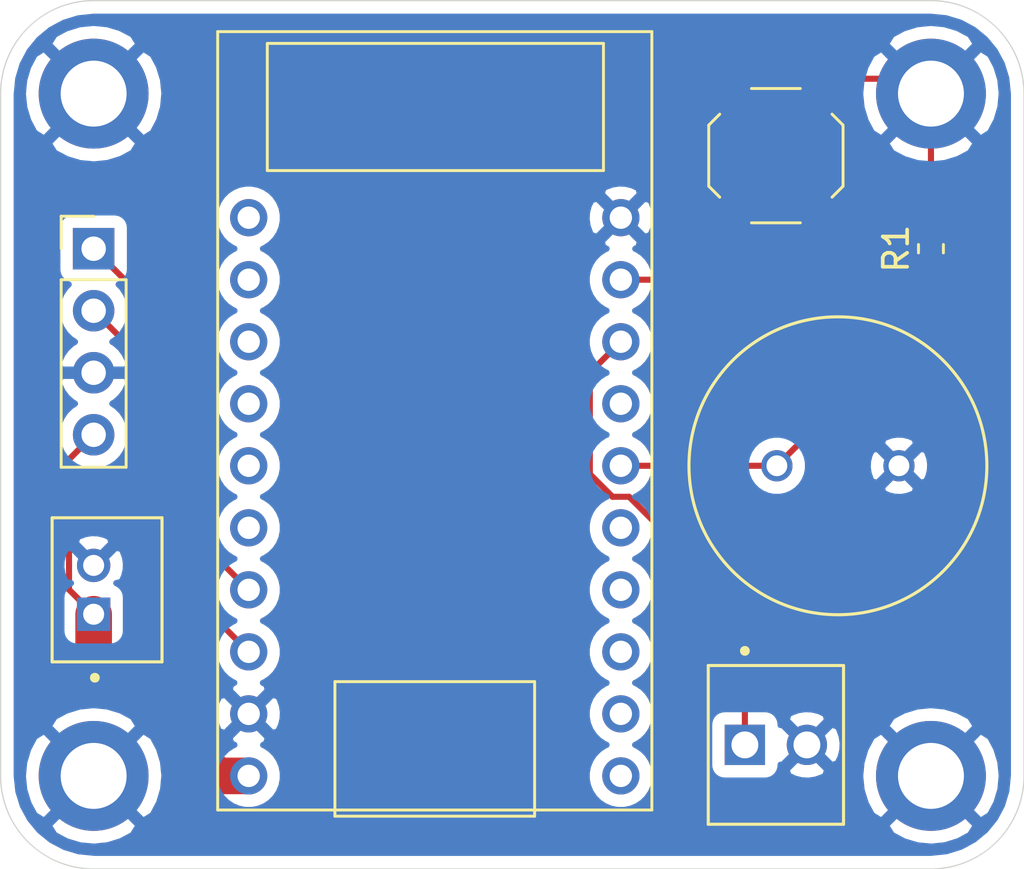
<source format=kicad_pcb>
(kicad_pcb (version 20171130) (host pcbnew 5.1.6-c6e7f7d~87~ubuntu18.04.1)

  (general
    (thickness 1.6)
    (drawings 8)
    (tracks 29)
    (zones 0)
    (modules 11)
    (nets 20)
  )

  (page A4)
  (layers
    (0 F.Cu signal)
    (31 B.Cu signal hide)
    (32 B.Adhes user hide)
    (33 F.Adhes user hide)
    (34 B.Paste user hide)
    (35 F.Paste user hide)
    (36 B.SilkS user)
    (37 F.SilkS user)
    (38 B.Mask user)
    (39 F.Mask user)
    (40 Dwgs.User user hide)
    (41 Cmts.User user hide)
    (42 Eco1.User user hide)
    (43 Eco2.User user hide)
    (44 Edge.Cuts user)
    (45 Margin user hide)
    (46 B.CrtYd user hide)
    (47 F.CrtYd user hide)
    (48 B.Fab user hide)
    (49 F.Fab user hide)
  )

  (setup
    (last_trace_width 0.25)
    (trace_clearance 0.2)
    (zone_clearance 0.508)
    (zone_45_only no)
    (trace_min 0.2)
    (via_size 0.8)
    (via_drill 0.4)
    (via_min_size 0.4)
    (via_min_drill 0.3)
    (uvia_size 0.3)
    (uvia_drill 0.1)
    (uvias_allowed no)
    (uvia_min_size 0.2)
    (uvia_min_drill 0.1)
    (edge_width 0.05)
    (segment_width 0.2)
    (pcb_text_width 0.3)
    (pcb_text_size 1.5 1.5)
    (mod_edge_width 0.12)
    (mod_text_size 1 1)
    (mod_text_width 0.15)
    (pad_size 1.524 1.524)
    (pad_drill 0.762)
    (pad_to_mask_clearance 0.05)
    (aux_axis_origin 0 0)
    (grid_origin 22.86 60.96)
    (visible_elements FFFFFF7F)
    (pcbplotparams
      (layerselection 0x010fc_ffffffff)
      (usegerberextensions false)
      (usegerberattributes true)
      (usegerberadvancedattributes true)
      (creategerberjobfile true)
      (excludeedgelayer true)
      (linewidth 0.100000)
      (plotframeref false)
      (viasonmask false)
      (mode 1)
      (useauxorigin false)
      (hpglpennumber 1)
      (hpglpenspeed 20)
      (hpglpendiameter 15.000000)
      (psnegative false)
      (psa4output false)
      (plotreference true)
      (plotvalue true)
      (plotinvisibletext false)
      (padsonsilk false)
      (subtractmaskfromsilk false)
      (outputformat 1)
      (mirror false)
      (drillshape 1)
      (scaleselection 1)
      (outputdirectory ""))
  )

  (net 0 "")
  (net 1 GND)
  (net 2 "Net-(J1-Pad1)")
  (net 3 "Net-(SW1-Pad1)")
  (net 4 "Net-(XA1-Pad6)")
  (net 5 "Net-(XA1-Pad5)")
  (net 6 "Net-(XA1-Pad4)")
  (net 7 "Net-(XA1-Pad2)")
  (net 8 "Net-(XA1-Pad17)")
  (net 9 "Net-(XA1-Pad15)")
  (net 10 "Net-(XA1-Pad14)")
  (net 11 "Net-(XA1-Pad13)")
  (net 12 "Net-(XA1-Pad12)")
  (net 13 "Net-(XA1-Pad11)")
  (net 14 "Net-(J2-Pad2)")
  (net 15 "Net-(J2-Pad1)")
  (net 16 "Net-(XA1-Pad1)")
  (net 17 "Net-(XA1-Pad3)")
  (net 18 "Net-(LS1-Pad1)")
  (net 19 /VBAT)

  (net_class Default "This is the default net class."
    (clearance 0.2)
    (trace_width 0.25)
    (via_dia 0.8)
    (via_drill 0.4)
    (uvia_dia 0.3)
    (uvia_drill 0.1)
    (add_net /VBAT)
    (add_net GND)
    (add_net "Net-(J1-Pad1)")
    (add_net "Net-(J2-Pad1)")
    (add_net "Net-(J2-Pad2)")
    (add_net "Net-(LS1-Pad1)")
    (add_net "Net-(SW1-Pad1)")
    (add_net "Net-(XA1-Pad1)")
    (add_net "Net-(XA1-Pad11)")
    (add_net "Net-(XA1-Pad12)")
    (add_net "Net-(XA1-Pad13)")
    (add_net "Net-(XA1-Pad14)")
    (add_net "Net-(XA1-Pad15)")
    (add_net "Net-(XA1-Pad17)")
    (add_net "Net-(XA1-Pad2)")
    (add_net "Net-(XA1-Pad3)")
    (add_net "Net-(XA1-Pad4)")
    (add_net "Net-(XA1-Pad5)")
    (add_net "Net-(XA1-Pad6)")
  )

  (module "B2B-PH-K-S(LF)(SN):JST_B2B-PH-K-S(LF)(SN)" (layer F.Cu) (tedit 5F5A27F4) (tstamp 5F5A2F4D)
    (at 23.41 53.34 270)
    (path /5F5A372D)
    (fp_text reference J3 (at -0.660995 -3.112685 90) (layer F.SilkS) hide
      (effects (font (size 0.801205 0.801205) (thickness 0.015)))
    )
    (fp_text value "B2B-PH-K-S(LF)(SN)" (at 7.87935 3.093295 90) (layer F.Fab)
      (effects (font (size 0.800339 0.800339) (thickness 0.015)))
    )
    (fp_line (start -2.95 2.25) (end -2.95 -2.25) (layer F.Fab) (width 0.127))
    (fp_line (start -2.95 -2.25) (end 2.95 -2.25) (layer F.Fab) (width 0.127))
    (fp_line (start 2.95 -2.25) (end 2.95 2.25) (layer F.Fab) (width 0.127))
    (fp_line (start 2.95 2.25) (end -2.95 2.25) (layer F.Fab) (width 0.127))
    (fp_line (start -2.95 -2.25) (end 2.95 -2.25) (layer F.SilkS) (width 0.127))
    (fp_line (start 2.95 -2.25) (end 2.95 2.25) (layer F.SilkS) (width 0.127))
    (fp_line (start 2.95 2.25) (end -2.95 2.25) (layer F.SilkS) (width 0.127))
    (fp_line (start -2.95 2.25) (end -2.95 -2.25) (layer F.SilkS) (width 0.127))
    (fp_line (start -3.2 2.5) (end -3.2 -2.5) (layer F.CrtYd) (width 0.05))
    (fp_line (start -3.2 -2.5) (end 3.2 -2.5) (layer F.CrtYd) (width 0.05))
    (fp_line (start 3.2 -2.5) (end 3.2 2.5) (layer F.CrtYd) (width 0.05))
    (fp_line (start 3.2 2.5) (end -3.2 2.5) (layer F.CrtYd) (width 0.05))
    (fp_circle (center 3.6 0.5) (end 3.7 0.5) (layer F.SilkS) (width 0.2))
    (fp_circle (center 3.6 0.5) (end 3.7 0.5) (layer F.Fab) (width 0.2))
    (pad 2 thru_hole circle (at -1 0.55 270) (size 1.368 1.368) (drill 0.86) (layers *.Cu *.Mask)
      (net 1 GND))
    (pad 1 thru_hole rect (at 1 0.55 270) (size 1.368 1.368) (drill 0.86) (layers *.Cu *.Mask)
      (net 19 /VBAT))
    (model "/home/fgervais/Documents/kicad/parts/B2B-PH-K-S(LF)(SN)/B2B-PH-K-S(LF)(SN)--3DModel-STEP-56544.STEP"
      (offset (xyz 0 0 3))
      (scale (xyz 1 1 1))
      (rotate (xyz -90 0 0))
    )
  )

  (module Resistor_SMD:R_0603_1608Metric_Pad1.05x0.95mm_HandSolder (layer F.Cu) (tedit 5B301BBD) (tstamp 5F4BC629)
    (at 57.15 39.37 90)
    (descr "Resistor SMD 0603 (1608 Metric), square (rectangular) end terminal, IPC_7351 nominal with elongated pad for handsoldering. (Body size source: http://www.tortai-tech.com/upload/download/2011102023233369053.pdf), generated with kicad-footprint-generator")
    (tags "resistor handsolder")
    (path /5F4C0E76)
    (attr smd)
    (fp_text reference R1 (at 0 -1.43 90) (layer F.SilkS)
      (effects (font (size 1 1) (thickness 0.15)))
    )
    (fp_text value 10k (at 0 1.43 90) (layer F.Fab)
      (effects (font (size 1 1) (thickness 0.15)))
    )
    (fp_line (start 1.65 0.73) (end -1.65 0.73) (layer F.CrtYd) (width 0.05))
    (fp_line (start 1.65 -0.73) (end 1.65 0.73) (layer F.CrtYd) (width 0.05))
    (fp_line (start -1.65 -0.73) (end 1.65 -0.73) (layer F.CrtYd) (width 0.05))
    (fp_line (start -1.65 0.73) (end -1.65 -0.73) (layer F.CrtYd) (width 0.05))
    (fp_line (start -0.171267 0.51) (end 0.171267 0.51) (layer F.SilkS) (width 0.12))
    (fp_line (start -0.171267 -0.51) (end 0.171267 -0.51) (layer F.SilkS) (width 0.12))
    (fp_line (start 0.8 0.4) (end -0.8 0.4) (layer F.Fab) (width 0.1))
    (fp_line (start 0.8 -0.4) (end 0.8 0.4) (layer F.Fab) (width 0.1))
    (fp_line (start -0.8 -0.4) (end 0.8 -0.4) (layer F.Fab) (width 0.1))
    (fp_line (start -0.8 0.4) (end -0.8 -0.4) (layer F.Fab) (width 0.1))
    (fp_text user %R (at 0 0 90) (layer F.Fab)
      (effects (font (size 0.4 0.4) (thickness 0.06)))
    )
    (pad 2 smd roundrect (at 0.875 0 90) (size 1.05 0.95) (layers F.Cu F.Paste F.Mask) (roundrect_rratio 0.25)
      (net 1 GND))
    (pad 1 smd roundrect (at -0.875 0 90) (size 1.05 0.95) (layers F.Cu F.Paste F.Mask) (roundrect_rratio 0.25)
      (net 18 "Net-(LS1-Pad1)"))
    (model ${KISYS3DMOD}/Resistor_SMD.3dshapes/R_0603_1608Metric.wrl
      (at (xyz 0 0 0))
      (scale (xyz 1 1 1))
      (rotate (xyz 0 0 0))
    )
  )

  (module Connector_PinHeader_2.54mm:PinHeader_1x04_P2.54mm_Vertical (layer F.Cu) (tedit 59FED5CC) (tstamp 5F3C9951)
    (at 22.86 39.37)
    (descr "Through hole straight pin header, 1x04, 2.54mm pitch, single row")
    (tags "Through hole pin header THT 1x04 2.54mm single row")
    (path /5F3D481F)
    (fp_text reference J2 (at 0 -2.33) (layer F.SilkS) hide
      (effects (font (size 1 1) (thickness 0.15)))
    )
    (fp_text value Conn_01x04_Male (at 0 9.95) (layer F.Fab) hide
      (effects (font (size 1 1) (thickness 0.15)))
    )
    (fp_line (start 1.8 -1.8) (end -1.8 -1.8) (layer F.CrtYd) (width 0.05))
    (fp_line (start 1.8 9.4) (end 1.8 -1.8) (layer F.CrtYd) (width 0.05))
    (fp_line (start -1.8 9.4) (end 1.8 9.4) (layer F.CrtYd) (width 0.05))
    (fp_line (start -1.8 -1.8) (end -1.8 9.4) (layer F.CrtYd) (width 0.05))
    (fp_line (start -1.33 -1.33) (end 0 -1.33) (layer F.SilkS) (width 0.12))
    (fp_line (start -1.33 0) (end -1.33 -1.33) (layer F.SilkS) (width 0.12))
    (fp_line (start -1.33 1.27) (end 1.33 1.27) (layer F.SilkS) (width 0.12))
    (fp_line (start 1.33 1.27) (end 1.33 8.95) (layer F.SilkS) (width 0.12))
    (fp_line (start -1.33 1.27) (end -1.33 8.95) (layer F.SilkS) (width 0.12))
    (fp_line (start -1.33 8.95) (end 1.33 8.95) (layer F.SilkS) (width 0.12))
    (fp_line (start -1.27 -0.635) (end -0.635 -1.27) (layer F.Fab) (width 0.1))
    (fp_line (start -1.27 8.89) (end -1.27 -0.635) (layer F.Fab) (width 0.1))
    (fp_line (start 1.27 8.89) (end -1.27 8.89) (layer F.Fab) (width 0.1))
    (fp_line (start 1.27 -1.27) (end 1.27 8.89) (layer F.Fab) (width 0.1))
    (fp_line (start -0.635 -1.27) (end 1.27 -1.27) (layer F.Fab) (width 0.1))
    (fp_text user %R (at 0 3.81 90) (layer F.Fab)
      (effects (font (size 1 1) (thickness 0.15)))
    )
    (pad 4 thru_hole oval (at 0 7.62) (size 1.7 1.7) (drill 1) (layers *.Cu *.Mask)
      (net 19 /VBAT))
    (pad 3 thru_hole oval (at 0 5.08) (size 1.7 1.7) (drill 1) (layers *.Cu *.Mask)
      (net 1 GND))
    (pad 2 thru_hole oval (at 0 2.54) (size 1.7 1.7) (drill 1) (layers *.Cu *.Mask)
      (net 14 "Net-(J2-Pad2)"))
    (pad 1 thru_hole rect (at 0 0) (size 1.7 1.7) (drill 1) (layers *.Cu *.Mask)
      (net 15 "Net-(J2-Pad1)"))
    (model ${KISYS3DMOD}/Connector_PinHeader_2.54mm.3dshapes/PinHeader_1x04_P2.54mm_Vertical.wrl
      (at (xyz 0 0 0))
      (scale (xyz 1 1 1))
      (rotate (xyz 0 0 0))
    )
  )

  (module tinypico-kicad-footprint:TINYPICO (layer F.Cu) (tedit 5F3A8BEA) (tstamp 5F3CBAB4)
    (at 29.21 60.96)
    (path /5F3A7413)
    (fp_text reference XA1 (at 7.493 -12.954 180) (layer F.SilkS) hide
      (effects (font (size 1 1) (thickness 0.15)))
    )
    (fp_text value TINYPICO (at 7.62 -16.383 180) (layer F.Fab)
      (effects (font (size 1 1) (thickness 0.15)))
    )
    (fp_line (start -1.27 1.397) (end -1.27 -30.48) (layer F.SilkS) (width 0.12))
    (fp_line (start 16.51 -30.48) (end 16.51 1.397) (layer F.SilkS) (width 0.12))
    (fp_line (start 16.51 1.397) (end -1.27 1.397) (layer F.SilkS) (width 0.12))
    (fp_line (start -1.27 -30.48) (end 16.51 -30.48) (layer F.SilkS) (width 0.12))
    (fp_line (start 0.762 -24.7904) (end 0.762 -29.9974) (layer F.SilkS) (width 0.12))
    (fp_line (start 0.762 -29.9974) (end 14.5288 -29.9974) (layer F.SilkS) (width 0.12))
    (fp_line (start 0.762 -24.7904) (end 14.5288 -24.7904) (layer F.SilkS) (width 0.12))
    (fp_line (start 14.5288 -24.7904) (end 14.5288 -29.9974) (layer F.SilkS) (width 0.12))
    (fp_line (start 3.5306 1.651) (end 3.5306 -3.8608) (layer F.SilkS) (width 0.12))
    (fp_line (start 3.5306 -3.8608) (end 11.7094 -3.8608) (layer F.SilkS) (width 0.12))
    (fp_line (start 11.7094 -3.8608) (end 11.7094 1.651) (layer F.SilkS) (width 0.12))
    (fp_line (start 3.5306 1.651) (end 11.7094 1.651) (layer F.SilkS) (width 0.12))
    (pad 10 thru_hole circle (at 0 0 180) (size 1.524 1.524) (drill 0.914) (layers *.Cu *.Mask)
      (net 19 /VBAT))
    (pad 9 thru_hole circle (at 0 -2.54 180) (size 1.524 1.524) (drill 0.914) (layers *.Cu *.Mask)
      (net 1 GND))
    (pad 8 thru_hole circle (at 0 -5.08 180) (size 1.524 1.524) (drill 0.914) (layers *.Cu *.Mask)
      (net 14 "Net-(J2-Pad2)"))
    (pad 7 thru_hole circle (at 0 -7.62 180) (size 1.524 1.524) (drill 0.914) (layers *.Cu *.Mask)
      (net 15 "Net-(J2-Pad1)"))
    (pad 6 thru_hole circle (at 0 -10.16 180) (size 1.524 1.524) (drill 0.914) (layers *.Cu *.Mask)
      (net 4 "Net-(XA1-Pad6)"))
    (pad 5 thru_hole circle (at 0 -12.7 180) (size 1.524 1.524) (drill 0.914) (layers *.Cu *.Mask)
      (net 5 "Net-(XA1-Pad5)"))
    (pad 4 thru_hole circle (at 0 -15.24 180) (size 1.524 1.524) (drill 0.914) (layers *.Cu *.Mask)
      (net 6 "Net-(XA1-Pad4)"))
    (pad 3 thru_hole circle (at 0 -17.78 180) (size 1.524 1.524) (drill 0.914) (layers *.Cu *.Mask)
      (net 17 "Net-(XA1-Pad3)"))
    (pad 2 thru_hole circle (at 0 -20.32 180) (size 1.524 1.524) (drill 0.914) (layers *.Cu *.Mask)
      (net 7 "Net-(XA1-Pad2)"))
    (pad 1 thru_hole circle (at 0 -22.86 180) (size 1.524 1.524) (drill 0.914) (layers *.Cu *.Mask)
      (net 16 "Net-(XA1-Pad1)"))
    (pad 20 thru_hole circle (at 15.24 -22.86 180) (size 1.524 1.524) (drill 0.914) (layers *.Cu *.Mask)
      (net 1 GND))
    (pad 19 thru_hole circle (at 15.24 -20.32 180) (size 1.524 1.524) (drill 0.914) (layers *.Cu *.Mask)
      (net 3 "Net-(SW1-Pad1)"))
    (pad 18 thru_hole circle (at 15.24 -17.78 180) (size 1.524 1.524) (drill 0.914) (layers *.Cu *.Mask)
      (net 2 "Net-(J1-Pad1)"))
    (pad 17 thru_hole circle (at 15.24 -15.24 180) (size 1.524 1.524) (drill 0.914) (layers *.Cu *.Mask)
      (net 8 "Net-(XA1-Pad17)"))
    (pad 16 thru_hole circle (at 15.24 -12.7 180) (size 1.524 1.524) (drill 0.916) (layers *.Cu *.Mask)
      (net 18 "Net-(LS1-Pad1)"))
    (pad 15 thru_hole circle (at 15.24 -10.16 180) (size 1.524 1.524) (drill 0.914) (layers *.Cu *.Mask)
      (net 9 "Net-(XA1-Pad15)"))
    (pad 14 thru_hole circle (at 15.24 -7.62 180) (size 1.524 1.524) (drill 0.914) (layers *.Cu *.Mask)
      (net 10 "Net-(XA1-Pad14)"))
    (pad 13 thru_hole circle (at 15.24 -5.08 180) (size 1.524 1.524) (drill 0.914) (layers *.Cu *.Mask)
      (net 11 "Net-(XA1-Pad13)"))
    (pad 12 thru_hole circle (at 15.24 -2.54 180) (size 1.524 1.524) (drill 0.914) (layers *.Cu *.Mask)
      (net 12 "Net-(XA1-Pad12)"))
    (pad 11 thru_hole circle (at 15.24 0 180) (size 1.524 1.524) (drill 0.914) (layers *.Cu *.Mask)
      (net 13 "Net-(XA1-Pad11)"))
    (model ${KISYS3DMOD}/Connector_PinSocket_2.54mm.3dshapes/PinSocket_1x10_P2.54mm_Vertical.step
      (at (xyz 0 0 0))
      (scale (xyz 1 1 1))
      (rotate (xyz 0 0 180))
    )
    (model ${KISYS3DMOD}/Connector_PinSocket_2.54mm.3dshapes/PinSocket_1x10_P2.54mm_Vertical.step
      (offset (xyz 15.24 0 0))
      (scale (xyz 1 1 1))
      (rotate (xyz 0 0 180))
    )
    (model /home/fgervais/Documents/kicad/parts/tinypico-kicad-footprint/tinyPICO.STEP
      (offset (xyz 64 14.5 8.15))
      (scale (xyz 1 1 1))
      (rotate (xyz -90 0 0))
    )
  )

  (module Button_Switch_SMD:SW_SPST_TL3342 (layer F.Cu) (tedit 5A02FC95) (tstamp 5F3CBA90)
    (at 50.8 35.56 90)
    (descr "Low-profile SMD Tactile Switch, https://www.e-switch.com/system/asset/product_line/data_sheet/165/TL3342.pdf")
    (tags "SPST Tactile Switch")
    (path /5F3C8B51)
    (attr smd)
    (fp_text reference SW1 (at 0 -3.75 90) (layer F.SilkS) hide
      (effects (font (size 1 1) (thickness 0.15)))
    )
    (fp_text value SW_Push (at 0 3.75 90) (layer F.Fab) hide
      (effects (font (size 1 1) (thickness 0.15)))
    )
    (fp_line (start 3.2 2.1) (end 3.2 1.6) (layer F.Fab) (width 0.1))
    (fp_line (start 3.2 -2.1) (end 3.2 -1.6) (layer F.Fab) (width 0.1))
    (fp_line (start -3.2 2.1) (end -3.2 1.6) (layer F.Fab) (width 0.1))
    (fp_line (start -3.2 -2.1) (end -3.2 -1.6) (layer F.Fab) (width 0.1))
    (fp_line (start 2.7 -2.1) (end 2.7 -1.6) (layer F.Fab) (width 0.1))
    (fp_line (start 1.7 -2.1) (end 3.2 -2.1) (layer F.Fab) (width 0.1))
    (fp_line (start 3.2 -1.6) (end 2.2 -1.6) (layer F.Fab) (width 0.1))
    (fp_line (start -2.7 -2.1) (end -2.7 -1.6) (layer F.Fab) (width 0.1))
    (fp_line (start -1.7 -2.1) (end -3.2 -2.1) (layer F.Fab) (width 0.1))
    (fp_line (start -3.2 -1.6) (end -2.2 -1.6) (layer F.Fab) (width 0.1))
    (fp_line (start -2.7 2.1) (end -2.7 1.6) (layer F.Fab) (width 0.1))
    (fp_line (start -3.2 1.6) (end -2.2 1.6) (layer F.Fab) (width 0.1))
    (fp_line (start -1.7 2.1) (end -3.2 2.1) (layer F.Fab) (width 0.1))
    (fp_line (start 1.7 2.1) (end 3.2 2.1) (layer F.Fab) (width 0.1))
    (fp_line (start 2.7 2.1) (end 2.7 1.6) (layer F.Fab) (width 0.1))
    (fp_line (start 3.2 1.6) (end 2.2 1.6) (layer F.Fab) (width 0.1))
    (fp_line (start -1.7 2.3) (end -1.25 2.75) (layer F.SilkS) (width 0.12))
    (fp_line (start 1.7 2.3) (end 1.25 2.75) (layer F.SilkS) (width 0.12))
    (fp_line (start 1.7 -2.3) (end 1.25 -2.75) (layer F.SilkS) (width 0.12))
    (fp_line (start -1.7 -2.3) (end -1.25 -2.75) (layer F.SilkS) (width 0.12))
    (fp_line (start -2 -1) (end -1 -2) (layer F.Fab) (width 0.1))
    (fp_line (start -1 -2) (end 1 -2) (layer F.Fab) (width 0.1))
    (fp_line (start 1 -2) (end 2 -1) (layer F.Fab) (width 0.1))
    (fp_line (start 2 -1) (end 2 1) (layer F.Fab) (width 0.1))
    (fp_line (start 2 1) (end 1 2) (layer F.Fab) (width 0.1))
    (fp_line (start 1 2) (end -1 2) (layer F.Fab) (width 0.1))
    (fp_line (start -1 2) (end -2 1) (layer F.Fab) (width 0.1))
    (fp_line (start -2 1) (end -2 -1) (layer F.Fab) (width 0.1))
    (fp_line (start 2.75 -1) (end 2.75 1) (layer F.SilkS) (width 0.12))
    (fp_line (start -1.25 2.75) (end 1.25 2.75) (layer F.SilkS) (width 0.12))
    (fp_line (start -2.75 -1) (end -2.75 1) (layer F.SilkS) (width 0.12))
    (fp_line (start -1.25 -2.75) (end 1.25 -2.75) (layer F.SilkS) (width 0.12))
    (fp_line (start -2.6 -1.2) (end -2.6 1.2) (layer F.Fab) (width 0.1))
    (fp_line (start -2.6 1.2) (end -1.2 2.6) (layer F.Fab) (width 0.1))
    (fp_line (start -1.2 2.6) (end 1.2 2.6) (layer F.Fab) (width 0.1))
    (fp_line (start 1.2 2.6) (end 2.6 1.2) (layer F.Fab) (width 0.1))
    (fp_line (start 2.6 1.2) (end 2.6 -1.2) (layer F.Fab) (width 0.1))
    (fp_line (start 2.6 -1.2) (end 1.2 -2.6) (layer F.Fab) (width 0.1))
    (fp_line (start 1.2 -2.6) (end -1.2 -2.6) (layer F.Fab) (width 0.1))
    (fp_line (start -1.2 -2.6) (end -2.6 -1.2) (layer F.Fab) (width 0.1))
    (fp_line (start -4.25 -3) (end 4.25 -3) (layer F.CrtYd) (width 0.05))
    (fp_line (start 4.25 -3) (end 4.25 3) (layer F.CrtYd) (width 0.05))
    (fp_line (start 4.25 3) (end -4.25 3) (layer F.CrtYd) (width 0.05))
    (fp_line (start -4.25 3) (end -4.25 -3) (layer F.CrtYd) (width 0.05))
    (fp_circle (center 0 0) (end 1 0) (layer F.Fab) (width 0.1))
    (fp_text user %R (at 0 -3.75 90) (layer F.Fab)
      (effects (font (size 1 1) (thickness 0.15)))
    )
    (pad 2 smd rect (at 3.15 1.9 90) (size 1.7 1) (layers F.Cu F.Paste F.Mask)
      (net 1 GND))
    (pad 2 smd rect (at -3.15 1.9 90) (size 1.7 1) (layers F.Cu F.Paste F.Mask)
      (net 1 GND))
    (pad 1 smd rect (at 3.15 -1.9 90) (size 1.7 1) (layers F.Cu F.Paste F.Mask)
      (net 3 "Net-(SW1-Pad1)"))
    (pad 1 smd rect (at -3.15 -1.9 90) (size 1.7 1) (layers F.Cu F.Paste F.Mask)
      (net 3 "Net-(SW1-Pad1)"))
    (model ${KISYS3DMOD}/Button_Switch_SMD.3dshapes/SW_SPST_TL3342.wrl
      (at (xyz 0 0 0))
      (scale (xyz 1 1 1))
      (rotate (xyz 0 0 0))
    )
  )

  (module PS1240P02BT:XDCR_PS1240P02BT (layer F.Cu) (tedit 5F3A8D3F) (tstamp 5F3CBA5A)
    (at 53.34 48.26)
    (path /5F396412)
    (fp_text reference LS1 (at -0.555 -7.889) (layer F.SilkS) hide
      (effects (font (size 1.4 1.4) (thickness 0.015)))
    )
    (fp_text value PS1240P02BT (at 9.224 8.111) (layer F.Fab) hide
      (effects (font (size 1.4 1.4) (thickness 0.015)))
    )
    (fp_circle (center 0 0) (end 6.35 0) (layer F.CrtYd) (width 0.05))
    (fp_circle (center 0 0) (end 6.1 0) (layer F.Fab) (width 0.127))
    (fp_circle (center 0 0) (end 6.1 0) (layer F.SilkS) (width 0.127))
    (pad 2 thru_hole circle (at 2.5 0) (size 1.28 1.28) (drill 0.85) (layers *.Cu *.Mask)
      (net 1 GND))
    (pad 1 thru_hole circle (at -2.5 0) (size 1.28 1.28) (drill 0.85) (layers *.Cu *.Mask)
      (net 18 "Net-(LS1-Pad1)"))
    (model /home/fgervais/Documents/kicad/parts/PS1240P02BT/PS1240P02BT--3DModel-STEP-56544.STEP
      (at (xyz 0 0 0))
      (scale (xyz 1 1 1))
      (rotate (xyz -90 0 90))
    )
  )

  (module 1546215-2:TE_1546215-2 (layer F.Cu) (tedit 5F3A81D8) (tstamp 5F3CBA51)
    (at 50.8 59.69)
    (path /5F3BA73E)
    (fp_text reference J1 (at -0.595 -4.885) (layer F.SilkS) hide
      (effects (font (size 1 1) (thickness 0.015)))
    )
    (fp_text value 1546215-2 (at 3.85 4.865) (layer F.Fab) hide
      (effects (font (size 1 1) (thickness 0.015)))
    )
    (fp_circle (center -1.27 -3.85) (end -1.17 -3.85) (layer F.Fab) (width 0.2))
    (fp_circle (center -1.27 -3.85) (end -1.17 -3.85) (layer F.SilkS) (width 0.2))
    (fp_line (start 3.02 3.5) (end -3.02 3.5) (layer F.CrtYd) (width 0.05))
    (fp_line (start 3.02 -3.5) (end 3.02 3.5) (layer F.CrtYd) (width 0.05))
    (fp_line (start -3.02 -3.5) (end 3.02 -3.5) (layer F.CrtYd) (width 0.05))
    (fp_line (start -3.02 3.5) (end -3.02 -3.5) (layer F.CrtYd) (width 0.05))
    (fp_line (start 2.77 3.25) (end -2.77 3.25) (layer F.SilkS) (width 0.127))
    (fp_line (start 2.77 -3.25) (end 2.77 3.25) (layer F.SilkS) (width 0.127))
    (fp_line (start -2.77 -3.25) (end 2.77 -3.25) (layer F.SilkS) (width 0.127))
    (fp_line (start -2.77 3.25) (end -2.77 -3.25) (layer F.SilkS) (width 0.127))
    (fp_line (start 2.77 3.25) (end -2.77 3.25) (layer F.Fab) (width 0.127))
    (fp_line (start 2.77 -3.25) (end 2.77 3.25) (layer F.Fab) (width 0.127))
    (fp_line (start -2.77 -3.25) (end 2.77 -3.25) (layer F.Fab) (width 0.127))
    (fp_line (start -2.77 3.25) (end -2.77 -3.25) (layer F.Fab) (width 0.127))
    (pad 2 thru_hole circle (at 1.27 0) (size 1.65 1.65) (drill 1.1) (layers *.Cu *.Mask)
      (net 1 GND))
    (pad 1 thru_hole rect (at -1.27 0) (size 1.65 1.65) (drill 1.1) (layers *.Cu *.Mask)
      (net 2 "Net-(J1-Pad1)"))
    (model /home/fgervais/Documents/kicad/parts/1546215-2/1546215-2--3DModel-STEP-1.STEP
      (at (xyz 0 0 0))
      (scale (xyz 1 1 1))
      (rotate (xyz -90 0 0))
    )
  )

  (module MountingHole:MountingHole_2.7mm_M2.5_ISO7380_Pad (layer F.Cu) (tedit 56D1B4CB) (tstamp 5F3CBA3D)
    (at 57.15 60.96)
    (descr "Mounting Hole 2.7mm, M2.5, ISO7380")
    (tags "mounting hole 2.7mm m2.5 iso7380")
    (path /5F3ADCDC)
    (attr virtual)
    (fp_text reference H4 (at 0 -3.25) (layer F.SilkS) hide
      (effects (font (size 1 1) (thickness 0.15)))
    )
    (fp_text value MountingHole_Pad (at 0 3.25) (layer F.Fab) hide
      (effects (font (size 1 1) (thickness 0.15)))
    )
    (fp_circle (center 0 0) (end 2.25 0) (layer Cmts.User) (width 0.15))
    (fp_circle (center 0 0) (end 2.5 0) (layer F.CrtYd) (width 0.05))
    (fp_text user %R (at 0.3 0) (layer F.Fab)
      (effects (font (size 1 1) (thickness 0.15)))
    )
    (pad 1 thru_hole circle (at 0 0) (size 4.5 4.5) (drill 2.7) (layers *.Cu *.Mask)
      (net 1 GND))
  )

  (module MountingHole:MountingHole_2.7mm_M2.5_ISO7380_Pad (layer F.Cu) (tedit 56D1B4CB) (tstamp 5F3CBA35)
    (at 57.15 33.02)
    (descr "Mounting Hole 2.7mm, M2.5, ISO7380")
    (tags "mounting hole 2.7mm m2.5 iso7380")
    (path /5F3AD1F0)
    (attr virtual)
    (fp_text reference H3 (at 0 -3.25) (layer F.SilkS) hide
      (effects (font (size 1 1) (thickness 0.15)))
    )
    (fp_text value MountingHole_Pad (at 0 3.25) (layer F.Fab) hide
      (effects (font (size 1 1) (thickness 0.15)))
    )
    (fp_circle (center 0 0) (end 2.25 0) (layer Cmts.User) (width 0.15))
    (fp_circle (center 0 0) (end 2.5 0) (layer F.CrtYd) (width 0.05))
    (fp_text user %R (at 0.3 0) (layer F.Fab)
      (effects (font (size 1 1) (thickness 0.15)))
    )
    (pad 1 thru_hole circle (at 0 0) (size 4.5 4.5) (drill 2.7) (layers *.Cu *.Mask)
      (net 1 GND))
  )

  (module MountingHole:MountingHole_2.7mm_M2.5_ISO7380_Pad (layer F.Cu) (tedit 56D1B4CB) (tstamp 5F3CBA2D)
    (at 22.86 33.02)
    (descr "Mounting Hole 2.7mm, M2.5, ISO7380")
    (tags "mounting hole 2.7mm m2.5 iso7380")
    (path /5F3AD6C6)
    (attr virtual)
    (fp_text reference H2 (at 0 -3.25) (layer F.SilkS) hide
      (effects (font (size 1 1) (thickness 0.15)))
    )
    (fp_text value MountingHole_Pad (at 0 3.25) (layer F.Fab) hide
      (effects (font (size 1 1) (thickness 0.15)))
    )
    (fp_circle (center 0 0) (end 2.25 0) (layer Cmts.User) (width 0.15))
    (fp_circle (center 0 0) (end 2.5 0) (layer F.CrtYd) (width 0.05))
    (fp_text user %R (at 0.3 0) (layer F.Fab)
      (effects (font (size 1 1) (thickness 0.15)))
    )
    (pad 1 thru_hole circle (at 0 0) (size 4.5 4.5) (drill 2.7) (layers *.Cu *.Mask)
      (net 1 GND))
  )

  (module MountingHole:MountingHole_2.7mm_M2.5_ISO7380_Pad (layer F.Cu) (tedit 56D1B4CB) (tstamp 5F3CBA25)
    (at 22.86 60.96)
    (descr "Mounting Hole 2.7mm, M2.5, ISO7380")
    (tags "mounting hole 2.7mm m2.5 iso7380")
    (path /5F3ACDAC)
    (attr virtual)
    (fp_text reference H1 (at 0 -3.25) (layer F.SilkS) hide
      (effects (font (size 1 1) (thickness 0.15)))
    )
    (fp_text value MountingHole_Pad (at 0 3.25) (layer F.Fab) hide
      (effects (font (size 1 1) (thickness 0.15)))
    )
    (fp_circle (center 0 0) (end 2.25 0) (layer Cmts.User) (width 0.15))
    (fp_circle (center 0 0) (end 2.5 0) (layer F.CrtYd) (width 0.05))
    (fp_text user %R (at 0.3 0) (layer F.Fab)
      (effects (font (size 1 1) (thickness 0.15)))
    )
    (pad 1 thru_hole circle (at 0 0) (size 4.5 4.5) (drill 2.7) (layers *.Cu *.Mask)
      (net 1 GND))
  )

  (gr_arc (start 57.15 33.02) (end 60.96 33.02) (angle -90) (layer Edge.Cuts) (width 0.05))
  (gr_arc (start 22.86 33.02) (end 22.86 29.21) (angle -90) (layer Edge.Cuts) (width 0.05))
  (gr_arc (start 22.86 60.96) (end 19.05 60.96) (angle -90) (layer Edge.Cuts) (width 0.05))
  (gr_arc (start 57.15 60.96) (end 57.15 64.77) (angle -90) (layer Edge.Cuts) (width 0.05))
  (gr_line (start 19.05 60.96) (end 19.05 33.02) (layer Edge.Cuts) (width 0.05) (tstamp 5F3C9BE7))
  (gr_line (start 57.15 64.77) (end 22.86 64.77) (layer Edge.Cuts) (width 0.05))
  (gr_line (start 60.96 33.02) (end 60.96 60.96) (layer Edge.Cuts) (width 0.05))
  (gr_line (start 22.86 29.21) (end 57.15 29.21) (layer Edge.Cuts) (width 0.05))

  (segment (start 56.54 32.41) (end 57.15 33.02) (width 0.25) (layer F.Cu) (net 1))
  (segment (start 52.7 32.41) (end 56.54 32.41) (width 0.25) (layer F.Cu) (net 1))
  (segment (start 52.7 38.71) (end 52.7 32.41) (width 0.25) (layer F.Cu) (net 1))
  (segment (start 57.15 38.495) (end 57.15 33.02) (width 0.25) (layer F.Cu) (net 1))
  (segment (start 49.53 54.271238) (end 44.788762 49.53) (width 0.25) (layer F.Cu) (net 2))
  (segment (start 49.53 59.69) (end 49.53 54.271238) (width 0.25) (layer F.Cu) (net 2))
  (segment (start 44.788762 49.53) (end 44.111238 49.53) (width 0.25) (layer F.Cu) (net 2))
  (segment (start 44.111238 49.53) (end 43.18 48.598762) (width 0.25) (layer F.Cu) (net 2))
  (segment (start 43.18 44.45) (end 44.45 43.18) (width 0.25) (layer F.Cu) (net 2))
  (segment (start 43.18 48.598762) (end 43.18 44.45) (width 0.25) (layer F.Cu) (net 2))
  (segment (start 46.97 40.64) (end 48.9 38.71) (width 0.25) (layer F.Cu) (net 3))
  (segment (start 44.45 40.64) (end 46.97 40.64) (width 0.25) (layer F.Cu) (net 3))
  (segment (start 48.9 38.71) (end 48.9 33.66) (width 0.25) (layer F.Cu) (net 3))
  (segment (start 48.9 33.66) (end 48.9 32.41) (width 0.25) (layer F.Cu) (net 3))
  (segment (start 26.67 53.34) (end 29.21 55.88) (width 0.25) (layer F.Cu) (net 14))
  (segment (start 22.86 41.91) (end 26.67 45.72) (width 0.25) (layer F.Cu) (net 14))
  (segment (start 26.67 45.72) (end 26.67 53.34) (width 0.25) (layer F.Cu) (net 14))
  (segment (start 27.12001 43.63001) (end 27.12001 51.25001) (width 0.25) (layer F.Cu) (net 15))
  (segment (start 22.86 39.37) (end 27.12001 43.63001) (width 0.25) (layer F.Cu) (net 15))
  (segment (start 27.12001 51.25001) (end 29.21 53.34) (width 0.25) (layer F.Cu) (net 15))
  (segment (start 57.15 41.95) (end 50.84 48.26) (width 0.25) (layer F.Cu) (net 18))
  (segment (start 57.15 40.245) (end 57.15 41.95) (width 0.25) (layer F.Cu) (net 18))
  (segment (start 44.45 48.26) (end 50.84 48.26) (width 0.25) (layer F.Cu) (net 18))
  (segment (start 22.86 54.34) (end 22.86 55.88) (width 1.5) (layer F.Cu) (net 19))
  (segment (start 27.94 60.96) (end 29.21 60.96) (width 1.5) (layer F.Cu) (net 19))
  (segment (start 22.86 55.88) (end 27.94 60.96) (width 1.5) (layer F.Cu) (net 19))
  (segment (start 21.850999 53.330999) (end 22.86 54.34) (width 0.25) (layer F.Cu) (net 19))
  (segment (start 21.850999 47.999001) (end 21.850999 53.330999) (width 0.25) (layer F.Cu) (net 19))
  (segment (start 22.86 46.99) (end 21.850999 47.999001) (width 0.25) (layer F.Cu) (net 19))

  (zone (net 1) (net_name GND) (layer B.Cu) (tstamp 5F5C015C) (hatch edge 0.508)
    (connect_pads (clearance 0.508))
    (min_thickness 0.254)
    (fill yes (arc_segments 32) (thermal_gap 0.508) (thermal_bridge_width 0.508))
    (polygon
      (pts
        (xy 62.23 66.04) (xy 17.78 66.04) (xy 17.78 27.94) (xy 62.23 27.94)
      )
    )
    (filled_polygon
      (pts
        (xy 57.761222 29.933096) (xy 58.349164 30.110606) (xy 58.891436 30.398937) (xy 59.367364 30.787094) (xy 59.758845 31.260314)
        (xy 60.050951 31.800552) (xy 60.232563 32.387244) (xy 60.3 33.028879) (xy 60.300001 60.927711) (xy 60.236904 61.571221)
        (xy 60.059394 62.159164) (xy 59.771063 62.701436) (xy 59.382906 63.177364) (xy 58.909686 63.568845) (xy 58.369449 63.86095)
        (xy 57.782756 64.042563) (xy 57.14113 64.11) (xy 22.892279 64.11) (xy 22.248779 64.046904) (xy 21.660836 63.869394)
        (xy 21.118564 63.581063) (xy 20.642636 63.192906) (xy 20.470923 62.98534) (xy 21.014265 62.98534) (xy 21.260416 63.377704)
        (xy 21.762822 63.643312) (xy 22.307393 63.805801) (xy 22.873199 63.858928) (xy 23.438498 63.800652) (xy 23.981566 63.63321)
        (xy 24.459584 63.377704) (xy 24.705735 62.98534) (xy 55.304265 62.98534) (xy 55.550416 63.377704) (xy 56.052822 63.643312)
        (xy 56.597393 63.805801) (xy 57.163199 63.858928) (xy 57.728498 63.800652) (xy 58.271566 63.63321) (xy 58.749584 63.377704)
        (xy 58.995735 62.98534) (xy 57.15 61.139605) (xy 55.304265 62.98534) (xy 24.705735 62.98534) (xy 22.86 61.139605)
        (xy 21.014265 62.98534) (xy 20.470923 62.98534) (xy 20.251155 62.719686) (xy 19.95905 62.179449) (xy 19.777437 61.592756)
        (xy 19.71232 60.973199) (xy 19.961072 60.973199) (xy 20.019348 61.538498) (xy 20.18679 62.081566) (xy 20.442296 62.559584)
        (xy 20.83466 62.805735) (xy 22.680395 60.96) (xy 23.039605 60.96) (xy 24.88534 62.805735) (xy 25.277704 62.559584)
        (xy 25.543312 62.057178) (xy 25.705801 61.512607) (xy 25.758928 60.946801) (xy 25.746105 60.822408) (xy 27.813 60.822408)
        (xy 27.813 61.097592) (xy 27.866686 61.36749) (xy 27.971995 61.621727) (xy 28.12488 61.850535) (xy 28.319465 62.04512)
        (xy 28.548273 62.198005) (xy 28.80251 62.303314) (xy 29.072408 62.357) (xy 29.347592 62.357) (xy 29.61749 62.303314)
        (xy 29.871727 62.198005) (xy 30.100535 62.04512) (xy 30.29512 61.850535) (xy 30.448005 61.621727) (xy 30.553314 61.36749)
        (xy 30.607 61.097592) (xy 30.607 60.822408) (xy 30.553314 60.55251) (xy 30.448005 60.298273) (xy 30.29512 60.069465)
        (xy 30.100535 59.87488) (xy 29.871727 59.721995) (xy 29.800057 59.692308) (xy 29.813023 59.687636) (xy 29.92898 59.625656)
        (xy 29.99596 59.385565) (xy 29.21 58.599605) (xy 28.42404 59.385565) (xy 28.49102 59.625656) (xy 28.62676 59.689485)
        (xy 28.548273 59.721995) (xy 28.319465 59.87488) (xy 28.12488 60.069465) (xy 27.971995 60.298273) (xy 27.866686 60.55251)
        (xy 27.813 60.822408) (xy 25.746105 60.822408) (xy 25.700652 60.381502) (xy 25.53321 59.838434) (xy 25.277704 59.360416)
        (xy 24.88534 59.114265) (xy 23.039605 60.96) (xy 22.680395 60.96) (xy 20.83466 59.114265) (xy 20.442296 59.360416)
        (xy 20.176688 59.862822) (xy 20.014199 60.407393) (xy 19.961072 60.973199) (xy 19.71232 60.973199) (xy 19.71 60.95113)
        (xy 19.71 58.93466) (xy 21.014265 58.93466) (xy 22.86 60.780395) (xy 24.705735 58.93466) (xy 24.459584 58.542296)
        (xy 24.36448 58.492017) (xy 27.80809 58.492017) (xy 27.849078 58.764133) (xy 27.942364 59.023023) (xy 28.004344 59.13898)
        (xy 28.244435 59.20596) (xy 29.030395 58.42) (xy 29.389605 58.42) (xy 30.175565 59.20596) (xy 30.415656 59.13898)
        (xy 30.532756 58.889952) (xy 30.599023 58.622865) (xy 30.61191 58.347983) (xy 30.570922 58.075867) (xy 30.477636 57.816977)
        (xy 30.415656 57.70102) (xy 30.175565 57.63404) (xy 29.389605 58.42) (xy 29.030395 58.42) (xy 28.244435 57.63404)
        (xy 28.004344 57.70102) (xy 27.887244 57.950048) (xy 27.820977 58.217135) (xy 27.80809 58.492017) (xy 24.36448 58.492017)
        (xy 23.957178 58.276688) (xy 23.412607 58.114199) (xy 22.846801 58.061072) (xy 22.281502 58.119348) (xy 21.738434 58.28679)
        (xy 21.260416 58.542296) (xy 21.014265 58.93466) (xy 19.71 58.93466) (xy 19.71 52.415107) (xy 21.536749 52.415107)
        (xy 21.576827 52.671818) (xy 21.666218 52.915777) (xy 21.718029 53.01271) (xy 21.9333 53.066049) (xy 21.93182 53.066498)
        (xy 21.821506 53.125463) (xy 21.724815 53.204815) (xy 21.645463 53.301506) (xy 21.586498 53.41182) (xy 21.550188 53.531518)
        (xy 21.537928 53.656) (xy 21.537928 55.024) (xy 21.550188 55.148482) (xy 21.586498 55.26818) (xy 21.645463 55.378494)
        (xy 21.724815 55.475185) (xy 21.821506 55.554537) (xy 21.93182 55.613502) (xy 22.051518 55.649812) (xy 22.176 55.662072)
        (xy 23.544 55.662072) (xy 23.668482 55.649812) (xy 23.78818 55.613502) (xy 23.898494 55.554537) (xy 23.995185 55.475185)
        (xy 24.074537 55.378494) (xy 24.133502 55.26818) (xy 24.169812 55.148482) (xy 24.182072 55.024) (xy 24.182072 53.656)
        (xy 24.169812 53.531518) (xy 24.133502 53.41182) (xy 24.074537 53.301506) (xy 23.995185 53.204815) (xy 23.898494 53.125463)
        (xy 23.78818 53.066498) (xy 23.7867 53.066049) (xy 24.001971 53.01271) (xy 24.111268 52.776996) (xy 24.172479 52.524489)
        (xy 24.183251 52.264893) (xy 24.143173 52.008182) (xy 24.053782 51.764223) (xy 24.001971 51.66729) (xy 23.769834 51.609772)
        (xy 23.039605 52.34) (xy 23.053748 52.354142) (xy 22.874142 52.533748) (xy 22.86 52.519605) (xy 22.845858 52.533748)
        (xy 22.666252 52.354142) (xy 22.680395 52.34) (xy 21.950166 51.609772) (xy 21.718029 51.66729) (xy 21.608732 51.903004)
        (xy 21.547521 52.155511) (xy 21.536749 52.415107) (xy 19.71 52.415107) (xy 19.71 51.430166) (xy 22.129772 51.430166)
        (xy 22.86 52.160395) (xy 23.590228 51.430166) (xy 23.53271 51.198029) (xy 23.296996 51.088732) (xy 23.044489 51.027521)
        (xy 22.784893 51.016749) (xy 22.528182 51.056827) (xy 22.284223 51.146218) (xy 22.18729 51.198029) (xy 22.129772 51.430166)
        (xy 19.71 51.430166) (xy 19.71 46.84374) (xy 21.375 46.84374) (xy 21.375 47.13626) (xy 21.432068 47.423158)
        (xy 21.54401 47.693411) (xy 21.706525 47.936632) (xy 21.913368 48.143475) (xy 22.156589 48.30599) (xy 22.426842 48.417932)
        (xy 22.71374 48.475) (xy 23.00626 48.475) (xy 23.293158 48.417932) (xy 23.563411 48.30599) (xy 23.806632 48.143475)
        (xy 24.013475 47.936632) (xy 24.17599 47.693411) (xy 24.287932 47.423158) (xy 24.345 47.13626) (xy 24.345 46.84374)
        (xy 24.287932 46.556842) (xy 24.17599 46.286589) (xy 24.013475 46.043368) (xy 23.806632 45.836525) (xy 23.624466 45.714805)
        (xy 23.741355 45.645178) (xy 23.957588 45.450269) (xy 24.131641 45.21692) (xy 24.256825 44.954099) (xy 24.301476 44.80689)
        (xy 24.180155 44.577) (xy 22.987 44.577) (xy 22.987 44.597) (xy 22.733 44.597) (xy 22.733 44.577)
        (xy 21.539845 44.577) (xy 21.418524 44.80689) (xy 21.463175 44.954099) (xy 21.588359 45.21692) (xy 21.762412 45.450269)
        (xy 21.978645 45.645178) (xy 22.095534 45.714805) (xy 21.913368 45.836525) (xy 21.706525 46.043368) (xy 21.54401 46.286589)
        (xy 21.432068 46.556842) (xy 21.375 46.84374) (xy 19.71 46.84374) (xy 19.71 38.52) (xy 21.371928 38.52)
        (xy 21.371928 40.22) (xy 21.384188 40.344482) (xy 21.420498 40.46418) (xy 21.479463 40.574494) (xy 21.558815 40.671185)
        (xy 21.655506 40.750537) (xy 21.76582 40.809502) (xy 21.83838 40.831513) (xy 21.706525 40.963368) (xy 21.54401 41.206589)
        (xy 21.432068 41.476842) (xy 21.375 41.76374) (xy 21.375 42.05626) (xy 21.432068 42.343158) (xy 21.54401 42.613411)
        (xy 21.706525 42.856632) (xy 21.913368 43.063475) (xy 22.095534 43.185195) (xy 21.978645 43.254822) (xy 21.762412 43.449731)
        (xy 21.588359 43.68308) (xy 21.463175 43.945901) (xy 21.418524 44.09311) (xy 21.539845 44.323) (xy 22.733 44.323)
        (xy 22.733 44.303) (xy 22.987 44.303) (xy 22.987 44.323) (xy 24.180155 44.323) (xy 24.301476 44.09311)
        (xy 24.256825 43.945901) (xy 24.131641 43.68308) (xy 23.957588 43.449731) (xy 23.741355 43.254822) (xy 23.624466 43.185195)
        (xy 23.806632 43.063475) (xy 24.013475 42.856632) (xy 24.17599 42.613411) (xy 24.287932 42.343158) (xy 24.345 42.05626)
        (xy 24.345 41.76374) (xy 24.287932 41.476842) (xy 24.17599 41.206589) (xy 24.013475 40.963368) (xy 23.88162 40.831513)
        (xy 23.95418 40.809502) (xy 24.064494 40.750537) (xy 24.161185 40.671185) (xy 24.240537 40.574494) (xy 24.299502 40.46418)
        (xy 24.335812 40.344482) (xy 24.348072 40.22) (xy 24.348072 38.52) (xy 24.335812 38.395518) (xy 24.299502 38.27582)
        (xy 24.240537 38.165506) (xy 24.161185 38.068815) (xy 24.064494 37.989463) (xy 24.013879 37.962408) (xy 27.813 37.962408)
        (xy 27.813 38.237592) (xy 27.866686 38.50749) (xy 27.971995 38.761727) (xy 28.12488 38.990535) (xy 28.319465 39.18512)
        (xy 28.548273 39.338005) (xy 28.625515 39.37) (xy 28.548273 39.401995) (xy 28.319465 39.55488) (xy 28.12488 39.749465)
        (xy 27.971995 39.978273) (xy 27.866686 40.23251) (xy 27.813 40.502408) (xy 27.813 40.777592) (xy 27.866686 41.04749)
        (xy 27.971995 41.301727) (xy 28.12488 41.530535) (xy 28.319465 41.72512) (xy 28.548273 41.878005) (xy 28.625515 41.91)
        (xy 28.548273 41.941995) (xy 28.319465 42.09488) (xy 28.12488 42.289465) (xy 27.971995 42.518273) (xy 27.866686 42.77251)
        (xy 27.813 43.042408) (xy 27.813 43.317592) (xy 27.866686 43.58749) (xy 27.971995 43.841727) (xy 28.12488 44.070535)
        (xy 28.319465 44.26512) (xy 28.548273 44.418005) (xy 28.625515 44.45) (xy 28.548273 44.481995) (xy 28.319465 44.63488)
        (xy 28.12488 44.829465) (xy 27.971995 45.058273) (xy 27.866686 45.31251) (xy 27.813 45.582408) (xy 27.813 45.857592)
        (xy 27.866686 46.12749) (xy 27.971995 46.381727) (xy 28.12488 46.610535) (xy 28.319465 46.80512) (xy 28.548273 46.958005)
        (xy 28.625515 46.99) (xy 28.548273 47.021995) (xy 28.319465 47.17488) (xy 28.12488 47.369465) (xy 27.971995 47.598273)
        (xy 27.866686 47.85251) (xy 27.813 48.122408) (xy 27.813 48.397592) (xy 27.866686 48.66749) (xy 27.971995 48.921727)
        (xy 28.12488 49.150535) (xy 28.319465 49.34512) (xy 28.548273 49.498005) (xy 28.625515 49.53) (xy 28.548273 49.561995)
        (xy 28.319465 49.71488) (xy 28.12488 49.909465) (xy 27.971995 50.138273) (xy 27.866686 50.39251) (xy 27.813 50.662408)
        (xy 27.813 50.937592) (xy 27.866686 51.20749) (xy 27.971995 51.461727) (xy 28.12488 51.690535) (xy 28.319465 51.88512)
        (xy 28.548273 52.038005) (xy 28.625515 52.07) (xy 28.548273 52.101995) (xy 28.319465 52.25488) (xy 28.12488 52.449465)
        (xy 27.971995 52.678273) (xy 27.866686 52.93251) (xy 27.813 53.202408) (xy 27.813 53.477592) (xy 27.866686 53.74749)
        (xy 27.971995 54.001727) (xy 28.12488 54.230535) (xy 28.319465 54.42512) (xy 28.548273 54.578005) (xy 28.625515 54.61)
        (xy 28.548273 54.641995) (xy 28.319465 54.79488) (xy 28.12488 54.989465) (xy 27.971995 55.218273) (xy 27.866686 55.47251)
        (xy 27.813 55.742408) (xy 27.813 56.017592) (xy 27.866686 56.28749) (xy 27.971995 56.541727) (xy 28.12488 56.770535)
        (xy 28.319465 56.96512) (xy 28.548273 57.118005) (xy 28.619943 57.147692) (xy 28.606977 57.152364) (xy 28.49102 57.214344)
        (xy 28.42404 57.454435) (xy 29.21 58.240395) (xy 29.99596 57.454435) (xy 29.92898 57.214344) (xy 29.79324 57.150515)
        (xy 29.871727 57.118005) (xy 30.100535 56.96512) (xy 30.29512 56.770535) (xy 30.448005 56.541727) (xy 30.553314 56.28749)
        (xy 30.607 56.017592) (xy 30.607 55.742408) (xy 30.553314 55.47251) (xy 30.448005 55.218273) (xy 30.29512 54.989465)
        (xy 30.100535 54.79488) (xy 29.871727 54.641995) (xy 29.794485 54.61) (xy 29.871727 54.578005) (xy 30.100535 54.42512)
        (xy 30.29512 54.230535) (xy 30.448005 54.001727) (xy 30.553314 53.74749) (xy 30.607 53.477592) (xy 30.607 53.202408)
        (xy 30.553314 52.93251) (xy 30.448005 52.678273) (xy 30.29512 52.449465) (xy 30.100535 52.25488) (xy 29.871727 52.101995)
        (xy 29.794485 52.07) (xy 29.871727 52.038005) (xy 30.100535 51.88512) (xy 30.29512 51.690535) (xy 30.448005 51.461727)
        (xy 30.553314 51.20749) (xy 30.607 50.937592) (xy 30.607 50.662408) (xy 30.553314 50.39251) (xy 30.448005 50.138273)
        (xy 30.29512 49.909465) (xy 30.100535 49.71488) (xy 29.871727 49.561995) (xy 29.794485 49.53) (xy 29.871727 49.498005)
        (xy 30.100535 49.34512) (xy 30.29512 49.150535) (xy 30.448005 48.921727) (xy 30.553314 48.66749) (xy 30.607 48.397592)
        (xy 30.607 48.122408) (xy 30.553314 47.85251) (xy 30.448005 47.598273) (xy 30.29512 47.369465) (xy 30.100535 47.17488)
        (xy 29.871727 47.021995) (xy 29.794485 46.99) (xy 29.871727 46.958005) (xy 30.100535 46.80512) (xy 30.29512 46.610535)
        (xy 30.448005 46.381727) (xy 30.553314 46.12749) (xy 30.607 45.857592) (xy 30.607 45.582408) (xy 30.553314 45.31251)
        (xy 30.448005 45.058273) (xy 30.29512 44.829465) (xy 30.100535 44.63488) (xy 29.871727 44.481995) (xy 29.794485 44.45)
        (xy 29.871727 44.418005) (xy 30.100535 44.26512) (xy 30.29512 44.070535) (xy 30.448005 43.841727) (xy 30.553314 43.58749)
        (xy 30.607 43.317592) (xy 30.607 43.042408) (xy 30.553314 42.77251) (xy 30.448005 42.518273) (xy 30.29512 42.289465)
        (xy 30.100535 42.09488) (xy 29.871727 41.941995) (xy 29.794485 41.91) (xy 29.871727 41.878005) (xy 30.100535 41.72512)
        (xy 30.29512 41.530535) (xy 30.448005 41.301727) (xy 30.553314 41.04749) (xy 30.607 40.777592) (xy 30.607 40.502408)
        (xy 43.053 40.502408) (xy 43.053 40.777592) (xy 43.106686 41.04749) (xy 43.211995 41.301727) (xy 43.36488 41.530535)
        (xy 43.559465 41.72512) (xy 43.788273 41.878005) (xy 43.865515 41.91) (xy 43.788273 41.941995) (xy 43.559465 42.09488)
        (xy 43.36488 42.289465) (xy 43.211995 42.518273) (xy 43.106686 42.77251) (xy 43.053 43.042408) (xy 43.053 43.317592)
        (xy 43.106686 43.58749) (xy 43.211995 43.841727) (xy 43.36488 44.070535) (xy 43.559465 44.26512) (xy 43.788273 44.418005)
        (xy 43.865515 44.45) (xy 43.788273 44.481995) (xy 43.559465 44.63488) (xy 43.36488 44.829465) (xy 43.211995 45.058273)
        (xy 43.106686 45.31251) (xy 43.053 45.582408) (xy 43.053 45.857592) (xy 43.106686 46.12749) (xy 43.211995 46.381727)
        (xy 43.36488 46.610535) (xy 43.559465 46.80512) (xy 43.788273 46.958005) (xy 43.865515 46.99) (xy 43.788273 47.021995)
        (xy 43.559465 47.17488) (xy 43.36488 47.369465) (xy 43.211995 47.598273) (xy 43.106686 47.85251) (xy 43.053 48.122408)
        (xy 43.053 48.397592) (xy 43.106686 48.66749) (xy 43.211995 48.921727) (xy 43.36488 49.150535) (xy 43.559465 49.34512)
        (xy 43.788273 49.498005) (xy 43.865515 49.53) (xy 43.788273 49.561995) (xy 43.559465 49.71488) (xy 43.36488 49.909465)
        (xy 43.211995 50.138273) (xy 43.106686 50.39251) (xy 43.053 50.662408) (xy 43.053 50.937592) (xy 43.106686 51.20749)
        (xy 43.211995 51.461727) (xy 43.36488 51.690535) (xy 43.559465 51.88512) (xy 43.788273 52.038005) (xy 43.865515 52.07)
        (xy 43.788273 52.101995) (xy 43.559465 52.25488) (xy 43.36488 52.449465) (xy 43.211995 52.678273) (xy 43.106686 52.93251)
        (xy 43.053 53.202408) (xy 43.053 53.477592) (xy 43.106686 53.74749) (xy 43.211995 54.001727) (xy 43.36488 54.230535)
        (xy 43.559465 54.42512) (xy 43.788273 54.578005) (xy 43.865515 54.61) (xy 43.788273 54.641995) (xy 43.559465 54.79488)
        (xy 43.36488 54.989465) (xy 43.211995 55.218273) (xy 43.106686 55.47251) (xy 43.053 55.742408) (xy 43.053 56.017592)
        (xy 43.106686 56.28749) (xy 43.211995 56.541727) (xy 43.36488 56.770535) (xy 43.559465 56.96512) (xy 43.788273 57.118005)
        (xy 43.865515 57.15) (xy 43.788273 57.181995) (xy 43.559465 57.33488) (xy 43.36488 57.529465) (xy 43.211995 57.758273)
        (xy 43.106686 58.01251) (xy 43.053 58.282408) (xy 43.053 58.557592) (xy 43.106686 58.82749) (xy 43.211995 59.081727)
        (xy 43.36488 59.310535) (xy 43.559465 59.50512) (xy 43.788273 59.658005) (xy 43.865515 59.69) (xy 43.788273 59.721995)
        (xy 43.559465 59.87488) (xy 43.36488 60.069465) (xy 43.211995 60.298273) (xy 43.106686 60.55251) (xy 43.053 60.822408)
        (xy 43.053 61.097592) (xy 43.106686 61.36749) (xy 43.211995 61.621727) (xy 43.36488 61.850535) (xy 43.559465 62.04512)
        (xy 43.788273 62.198005) (xy 44.04251 62.303314) (xy 44.312408 62.357) (xy 44.587592 62.357) (xy 44.85749 62.303314)
        (xy 45.111727 62.198005) (xy 45.340535 62.04512) (xy 45.53512 61.850535) (xy 45.688005 61.621727) (xy 45.793314 61.36749)
        (xy 45.847 61.097592) (xy 45.847 60.822408) (xy 45.793314 60.55251) (xy 45.688005 60.298273) (xy 45.53512 60.069465)
        (xy 45.340535 59.87488) (xy 45.111727 59.721995) (xy 45.034485 59.69) (xy 45.111727 59.658005) (xy 45.340535 59.50512)
        (xy 45.53512 59.310535) (xy 45.688005 59.081727) (xy 45.777776 58.865) (xy 48.066928 58.865) (xy 48.066928 60.515)
        (xy 48.079188 60.639482) (xy 48.115498 60.75918) (xy 48.174463 60.869494) (xy 48.253815 60.966185) (xy 48.350506 61.045537)
        (xy 48.46082 61.104502) (xy 48.580518 61.140812) (xy 48.705 61.153072) (xy 50.355 61.153072) (xy 50.479482 61.140812)
        (xy 50.59918 61.104502) (xy 50.709494 61.045537) (xy 50.806185 60.966185) (xy 50.885537 60.869494) (xy 50.944502 60.75918)
        (xy 50.962286 60.700551) (xy 51.239054 60.700551) (xy 51.313663 60.947073) (xy 51.573439 61.070473) (xy 51.852297 61.140823)
        (xy 52.139521 61.155417) (xy 52.424074 61.113697) (xy 52.69502 61.017265) (xy 52.777459 60.973199) (xy 54.251072 60.973199)
        (xy 54.309348 61.538498) (xy 54.47679 62.081566) (xy 54.732296 62.559584) (xy 55.12466 62.805735) (xy 56.970395 60.96)
        (xy 57.329605 60.96) (xy 59.17534 62.805735) (xy 59.567704 62.559584) (xy 59.833312 62.057178) (xy 59.995801 61.512607)
        (xy 60.048928 60.946801) (xy 59.990652 60.381502) (xy 59.82321 59.838434) (xy 59.567704 59.360416) (xy 59.17534 59.114265)
        (xy 57.329605 60.96) (xy 56.970395 60.96) (xy 55.12466 59.114265) (xy 54.732296 59.360416) (xy 54.466688 59.862822)
        (xy 54.304199 60.407393) (xy 54.251072 60.973199) (xy 52.777459 60.973199) (xy 52.826337 60.947073) (xy 52.900946 60.700551)
        (xy 52.07 59.869605) (xy 51.239054 60.700551) (xy 50.962286 60.700551) (xy 50.980812 60.639482) (xy 50.993072 60.515)
        (xy 50.993072 60.500857) (xy 51.059449 60.520946) (xy 51.890395 59.69) (xy 52.249605 59.69) (xy 53.080551 60.520946)
        (xy 53.327073 60.446337) (xy 53.450473 60.186561) (xy 53.520823 59.907703) (xy 53.535417 59.620479) (xy 53.493697 59.335926)
        (xy 53.397265 59.06498) (xy 53.327606 58.93466) (xy 55.304265 58.93466) (xy 57.15 60.780395) (xy 58.995735 58.93466)
        (xy 58.749584 58.542296) (xy 58.247178 58.276688) (xy 57.702607 58.114199) (xy 57.136801 58.061072) (xy 56.571502 58.119348)
        (xy 56.028434 58.28679) (xy 55.550416 58.542296) (xy 55.304265 58.93466) (xy 53.327606 58.93466) (xy 53.327073 58.933663)
        (xy 53.080551 58.859054) (xy 52.249605 59.69) (xy 51.890395 59.69) (xy 51.059449 58.859054) (xy 50.993072 58.879143)
        (xy 50.993072 58.865) (xy 50.980812 58.740518) (xy 50.962287 58.679449) (xy 51.239054 58.679449) (xy 52.07 59.510395)
        (xy 52.900946 58.679449) (xy 52.826337 58.432927) (xy 52.566561 58.309527) (xy 52.287703 58.239177) (xy 52.000479 58.224583)
        (xy 51.715926 58.266303) (xy 51.44498 58.362735) (xy 51.313663 58.432927) (xy 51.239054 58.679449) (xy 50.962287 58.679449)
        (xy 50.944502 58.62082) (xy 50.885537 58.510506) (xy 50.806185 58.413815) (xy 50.709494 58.334463) (xy 50.59918 58.275498)
        (xy 50.479482 58.239188) (xy 50.355 58.226928) (xy 48.705 58.226928) (xy 48.580518 58.239188) (xy 48.46082 58.275498)
        (xy 48.350506 58.334463) (xy 48.253815 58.413815) (xy 48.174463 58.510506) (xy 48.115498 58.62082) (xy 48.079188 58.740518)
        (xy 48.066928 58.865) (xy 45.777776 58.865) (xy 45.793314 58.82749) (xy 45.847 58.557592) (xy 45.847 58.282408)
        (xy 45.793314 58.01251) (xy 45.688005 57.758273) (xy 45.53512 57.529465) (xy 45.340535 57.33488) (xy 45.111727 57.181995)
        (xy 45.034485 57.15) (xy 45.111727 57.118005) (xy 45.340535 56.96512) (xy 45.53512 56.770535) (xy 45.688005 56.541727)
        (xy 45.793314 56.28749) (xy 45.847 56.017592) (xy 45.847 55.742408) (xy 45.793314 55.47251) (xy 45.688005 55.218273)
        (xy 45.53512 54.989465) (xy 45.340535 54.79488) (xy 45.111727 54.641995) (xy 45.034485 54.61) (xy 45.111727 54.578005)
        (xy 45.340535 54.42512) (xy 45.53512 54.230535) (xy 45.688005 54.001727) (xy 45.793314 53.74749) (xy 45.847 53.477592)
        (xy 45.847 53.202408) (xy 45.793314 52.93251) (xy 45.688005 52.678273) (xy 45.53512 52.449465) (xy 45.340535 52.25488)
        (xy 45.111727 52.101995) (xy 45.034485 52.07) (xy 45.111727 52.038005) (xy 45.340535 51.88512) (xy 45.53512 51.690535)
        (xy 45.688005 51.461727) (xy 45.793314 51.20749) (xy 45.847 50.937592) (xy 45.847 50.662408) (xy 45.793314 50.39251)
        (xy 45.688005 50.138273) (xy 45.53512 49.909465) (xy 45.340535 49.71488) (xy 45.111727 49.561995) (xy 45.034485 49.53)
        (xy 45.111727 49.498005) (xy 45.340535 49.34512) (xy 45.53512 49.150535) (xy 45.688005 48.921727) (xy 45.793314 48.66749)
        (xy 45.847 48.397592) (xy 45.847 48.134423) (xy 49.565 48.134423) (xy 49.565 48.385577) (xy 49.613998 48.631904)
        (xy 49.71011 48.863939) (xy 49.849643 49.072765) (xy 50.027235 49.250357) (xy 50.236061 49.38989) (xy 50.468096 49.486002)
        (xy 50.714423 49.535) (xy 50.965577 49.535) (xy 51.211904 49.486002) (xy 51.443939 49.38989) (xy 51.652765 49.250357)
        (xy 51.764746 49.138376) (xy 55.141229 49.138376) (xy 55.193402 49.366031) (xy 55.421601 49.470924) (xy 55.665881 49.529282)
        (xy 55.916851 49.538862) (xy 56.164868 49.499296) (xy 56.400401 49.412105) (xy 56.486598 49.366031) (xy 56.538771 49.138376)
        (xy 55.84 48.439605) (xy 55.141229 49.138376) (xy 51.764746 49.138376) (xy 51.830357 49.072765) (xy 51.96989 48.863939)
        (xy 52.066002 48.631904) (xy 52.115 48.385577) (xy 52.115 48.336851) (xy 54.561138 48.336851) (xy 54.600704 48.584868)
        (xy 54.687895 48.820401) (xy 54.733969 48.906598) (xy 54.961624 48.958771) (xy 55.660395 48.26) (xy 56.019605 48.26)
        (xy 56.718376 48.958771) (xy 56.946031 48.906598) (xy 57.050924 48.678399) (xy 57.109282 48.434119) (xy 57.118862 48.183149)
        (xy 57.079296 47.935132) (xy 56.992105 47.699599) (xy 56.946031 47.613402) (xy 56.718376 47.561229) (xy 56.019605 48.26)
        (xy 55.660395 48.26) (xy 54.961624 47.561229) (xy 54.733969 47.613402) (xy 54.629076 47.841601) (xy 54.570718 48.085881)
        (xy 54.561138 48.336851) (xy 52.115 48.336851) (xy 52.115 48.134423) (xy 52.066002 47.888096) (xy 51.96989 47.656061)
        (xy 51.830357 47.447235) (xy 51.764746 47.381624) (xy 55.141229 47.381624) (xy 55.84 48.080395) (xy 56.538771 47.381624)
        (xy 56.486598 47.153969) (xy 56.258399 47.049076) (xy 56.014119 46.990718) (xy 55.763149 46.981138) (xy 55.515132 47.020704)
        (xy 55.279599 47.107895) (xy 55.193402 47.153969) (xy 55.141229 47.381624) (xy 51.764746 47.381624) (xy 51.652765 47.269643)
        (xy 51.443939 47.13011) (xy 51.211904 47.033998) (xy 50.965577 46.985) (xy 50.714423 46.985) (xy 50.468096 47.033998)
        (xy 50.236061 47.13011) (xy 50.027235 47.269643) (xy 49.849643 47.447235) (xy 49.71011 47.656061) (xy 49.613998 47.888096)
        (xy 49.565 48.134423) (xy 45.847 48.134423) (xy 45.847 48.122408) (xy 45.793314 47.85251) (xy 45.688005 47.598273)
        (xy 45.53512 47.369465) (xy 45.340535 47.17488) (xy 45.111727 47.021995) (xy 45.034485 46.99) (xy 45.111727 46.958005)
        (xy 45.340535 46.80512) (xy 45.53512 46.610535) (xy 45.688005 46.381727) (xy 45.793314 46.12749) (xy 45.847 45.857592)
        (xy 45.847 45.582408) (xy 45.793314 45.31251) (xy 45.688005 45.058273) (xy 45.53512 44.829465) (xy 45.340535 44.63488)
        (xy 45.111727 44.481995) (xy 45.034485 44.45) (xy 45.111727 44.418005) (xy 45.340535 44.26512) (xy 45.53512 44.070535)
        (xy 45.688005 43.841727) (xy 45.793314 43.58749) (xy 45.847 43.317592) (xy 45.847 43.042408) (xy 45.793314 42.77251)
        (xy 45.688005 42.518273) (xy 45.53512 42.289465) (xy 45.340535 42.09488) (xy 45.111727 41.941995) (xy 45.034485 41.91)
        (xy 45.111727 41.878005) (xy 45.340535 41.72512) (xy 45.53512 41.530535) (xy 45.688005 41.301727) (xy 45.793314 41.04749)
        (xy 45.847 40.777592) (xy 45.847 40.502408) (xy 45.793314 40.23251) (xy 45.688005 39.978273) (xy 45.53512 39.749465)
        (xy 45.340535 39.55488) (xy 45.111727 39.401995) (xy 45.040057 39.372308) (xy 45.053023 39.367636) (xy 45.16898 39.305656)
        (xy 45.23596 39.065565) (xy 44.45 38.279605) (xy 43.66404 39.065565) (xy 43.73102 39.305656) (xy 43.86676 39.369485)
        (xy 43.788273 39.401995) (xy 43.559465 39.55488) (xy 43.36488 39.749465) (xy 43.211995 39.978273) (xy 43.106686 40.23251)
        (xy 43.053 40.502408) (xy 30.607 40.502408) (xy 30.553314 40.23251) (xy 30.448005 39.978273) (xy 30.29512 39.749465)
        (xy 30.100535 39.55488) (xy 29.871727 39.401995) (xy 29.794485 39.37) (xy 29.871727 39.338005) (xy 30.100535 39.18512)
        (xy 30.29512 38.990535) (xy 30.448005 38.761727) (xy 30.553314 38.50749) (xy 30.607 38.237592) (xy 30.607 38.172017)
        (xy 43.04809 38.172017) (xy 43.089078 38.444133) (xy 43.182364 38.703023) (xy 43.244344 38.81898) (xy 43.484435 38.88596)
        (xy 44.270395 38.1) (xy 44.629605 38.1) (xy 45.415565 38.88596) (xy 45.655656 38.81898) (xy 45.772756 38.569952)
        (xy 45.839023 38.302865) (xy 45.85191 38.027983) (xy 45.810922 37.755867) (xy 45.717636 37.496977) (xy 45.655656 37.38102)
        (xy 45.415565 37.31404) (xy 44.629605 38.1) (xy 44.270395 38.1) (xy 43.484435 37.31404) (xy 43.244344 37.38102)
        (xy 43.127244 37.630048) (xy 43.060977 37.897135) (xy 43.04809 38.172017) (xy 30.607 38.172017) (xy 30.607 37.962408)
        (xy 30.553314 37.69251) (xy 30.448005 37.438273) (xy 30.29512 37.209465) (xy 30.22009 37.134435) (xy 43.66404 37.134435)
        (xy 44.45 37.920395) (xy 45.23596 37.134435) (xy 45.16898 36.894344) (xy 44.919952 36.777244) (xy 44.652865 36.710977)
        (xy 44.377983 36.69809) (xy 44.105867 36.739078) (xy 43.846977 36.832364) (xy 43.73102 36.894344) (xy 43.66404 37.134435)
        (xy 30.22009 37.134435) (xy 30.100535 37.01488) (xy 29.871727 36.861995) (xy 29.61749 36.756686) (xy 29.347592 36.703)
        (xy 29.072408 36.703) (xy 28.80251 36.756686) (xy 28.548273 36.861995) (xy 28.319465 37.01488) (xy 28.12488 37.209465)
        (xy 27.971995 37.438273) (xy 27.866686 37.69251) (xy 27.813 37.962408) (xy 24.013879 37.962408) (xy 23.95418 37.930498)
        (xy 23.834482 37.894188) (xy 23.71 37.881928) (xy 22.01 37.881928) (xy 21.885518 37.894188) (xy 21.76582 37.930498)
        (xy 21.655506 37.989463) (xy 21.558815 38.068815) (xy 21.479463 38.165506) (xy 21.420498 38.27582) (xy 21.384188 38.395518)
        (xy 21.371928 38.52) (xy 19.71 38.52) (xy 19.71 35.04534) (xy 21.014265 35.04534) (xy 21.260416 35.437704)
        (xy 21.762822 35.703312) (xy 22.307393 35.865801) (xy 22.873199 35.918928) (xy 23.438498 35.860652) (xy 23.981566 35.69321)
        (xy 24.459584 35.437704) (xy 24.705735 35.04534) (xy 55.304265 35.04534) (xy 55.550416 35.437704) (xy 56.052822 35.703312)
        (xy 56.597393 35.865801) (xy 57.163199 35.918928) (xy 57.728498 35.860652) (xy 58.271566 35.69321) (xy 58.749584 35.437704)
        (xy 58.995735 35.04534) (xy 57.15 33.199605) (xy 55.304265 35.04534) (xy 24.705735 35.04534) (xy 22.86 33.199605)
        (xy 21.014265 35.04534) (xy 19.71 35.04534) (xy 19.71 33.052279) (xy 19.71187 33.033199) (xy 19.961072 33.033199)
        (xy 20.019348 33.598498) (xy 20.18679 34.141566) (xy 20.442296 34.619584) (xy 20.83466 34.865735) (xy 22.680395 33.02)
        (xy 23.039605 33.02) (xy 24.88534 34.865735) (xy 25.277704 34.619584) (xy 25.543312 34.117178) (xy 25.705801 33.572607)
        (xy 25.756449 33.033199) (xy 54.251072 33.033199) (xy 54.309348 33.598498) (xy 54.47679 34.141566) (xy 54.732296 34.619584)
        (xy 55.12466 34.865735) (xy 56.970395 33.02) (xy 57.329605 33.02) (xy 59.17534 34.865735) (xy 59.567704 34.619584)
        (xy 59.833312 34.117178) (xy 59.995801 33.572607) (xy 60.048928 33.006801) (xy 59.990652 32.441502) (xy 59.82321 31.898434)
        (xy 59.567704 31.420416) (xy 59.17534 31.174265) (xy 57.329605 33.02) (xy 56.970395 33.02) (xy 55.12466 31.174265)
        (xy 54.732296 31.420416) (xy 54.466688 31.922822) (xy 54.304199 32.467393) (xy 54.251072 33.033199) (xy 25.756449 33.033199)
        (xy 25.758928 33.006801) (xy 25.700652 32.441502) (xy 25.53321 31.898434) (xy 25.277704 31.420416) (xy 24.88534 31.174265)
        (xy 23.039605 33.02) (xy 22.680395 33.02) (xy 20.83466 31.174265) (xy 20.442296 31.420416) (xy 20.176688 31.922822)
        (xy 20.014199 32.467393) (xy 19.961072 33.033199) (xy 19.71187 33.033199) (xy 19.773096 32.408778) (xy 19.950606 31.820836)
        (xy 20.238937 31.278564) (xy 20.470483 30.99466) (xy 21.014265 30.99466) (xy 22.86 32.840395) (xy 24.705735 30.99466)
        (xy 55.304265 30.99466) (xy 57.15 32.840395) (xy 58.995735 30.99466) (xy 58.749584 30.602296) (xy 58.247178 30.336688)
        (xy 57.702607 30.174199) (xy 57.136801 30.121072) (xy 56.571502 30.179348) (xy 56.028434 30.34679) (xy 55.550416 30.602296)
        (xy 55.304265 30.99466) (xy 24.705735 30.99466) (xy 24.459584 30.602296) (xy 23.957178 30.336688) (xy 23.412607 30.174199)
        (xy 22.846801 30.121072) (xy 22.281502 30.179348) (xy 21.738434 30.34679) (xy 21.260416 30.602296) (xy 21.014265 30.99466)
        (xy 20.470483 30.99466) (xy 20.627094 30.802636) (xy 21.100314 30.411155) (xy 21.640552 30.119049) (xy 22.227244 29.937437)
        (xy 22.868879 29.87) (xy 57.117721 29.87)
      )
    )
  )
)

</source>
